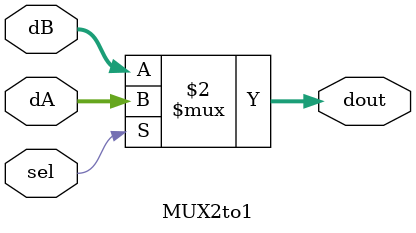
<source format=v>
module MUX2to1 (sel, dA, dB, dout);
  input sel;
  input [31:0] dA, dB;
  output [31:0] dout;
  assign dout = (sel == 1) ? dA : dB;
endmodule
</source>
